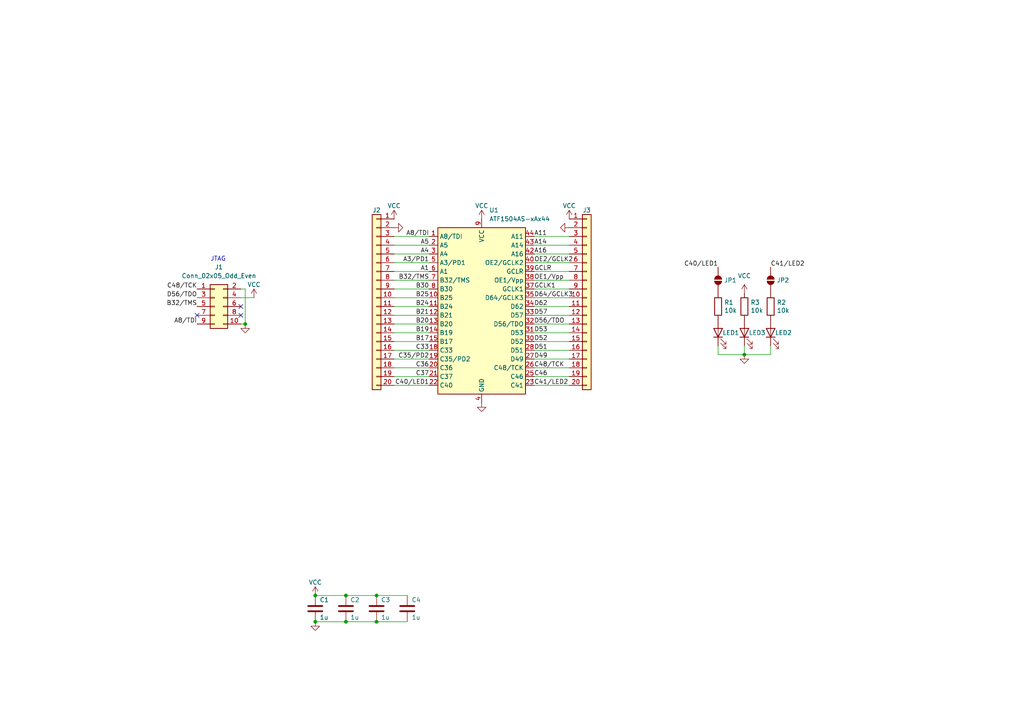
<source format=kicad_sch>
(kicad_sch (version 20231120) (generator "eeschema") (generator_version "8.0")
  (paper "A4")
  (title_block (title "ATF1504AS uDEV") (date "2024-06-01") (rev "001") (company "Brian K. White") (comment 1 "CC-BY-SA") (comment 2 "github.com/bkw777/ATF150x_uDEV"))
  (lib_symbols
    (symbol "000_LOCAL:ATF1504AS-xAx44"
      (property "Reference" "U" (at -12.7 24.13 0))
      (property "Value" "ATF1504AS-xAx44" (at 1.524 24.892 0))
      (symbol "ATF1504AS-xAx44_0_1"
        (rectangle (start -12.7 22.86) (end 12.7 -25.4) (stroke (width 0.254)) (fill (type background)))
      )
      (symbol "ATF1504AS-xAx44_1_1"
        (pin bidirectional line (at -15.24 20.32 0) (length 2.54) (name "A8/TDI") (number "1"))
        (pin bidirectional line (at -15.24 2.54 0) (length 2.54) (name "B25") (number "10"))
        (pin bidirectional line (at -15.24 0 0) (length 2.54) (name "B24") (number "11"))
        (pin bidirectional line (at -15.24 -2.54 0) (length 2.54) (name "B21") (number "12"))
        (pin bidirectional line (at -15.24 -5.08 0) (length 2.54) (name "B20") (number "13"))
        (pin bidirectional line (at -15.24 -7.62 0) (length 2.54) (name "B19") (number "14"))
        (pin bidirectional line (at -15.24 -10.16 0) (length 2.54) (name "B17") (number "15"))
        (pin passive line (at 0 -27.94 90) (length 2.54) hide (name "GND") (number "16"))
        (pin passive line (at 0 25.4 270) (length 2.54) hide (name "VCC") (number "17"))
        (pin bidirectional line (at -15.24 -12.7 0) (length 2.54) (name "C33") (number "18"))
        (pin bidirectional line (at -15.24 -15.24 0) (length 2.54) (name "C35/PD2") (number "19"))
        (pin bidirectional line (at -15.24 17.78 0) (length 2.54) (name "A5") (number "2"))
        (pin bidirectional line (at -15.24 -17.78 0) (length 2.54) (name "C36") (number "20"))
        (pin bidirectional line (at -15.24 -20.32 0) (length 2.54) (name "C37") (number "21"))
        (pin bidirectional line (at -15.24 -22.86 0) (length 2.54) (name "C40") (number "22"))
        (pin bidirectional line (at 15.24 -22.86 180) (length 2.54) (name "C41") (number "23"))
        (pin passive line (at 0 -27.94 90) (length 2.54) hide (name "GND") (number "24"))
        (pin bidirectional line (at 15.24 -20.32 180) (length 2.54) (name "C46") (number "25"))
        (pin bidirectional line (at 15.24 -17.78 180) (length 2.54) (name "C48/TCK") (number "26"))
        (pin bidirectional line (at 15.24 -15.24 180) (length 2.54) (name "D49") (number "27"))
        (pin bidirectional line (at 15.24 -12.7 180) (length 2.54) (name "D51") (number "28"))
        (pin passive line (at 0 25.4 270) (length 2.54) hide (name "VCC") (number "29"))
        (pin bidirectional line (at -15.24 15.24 0) (length 2.54) (name "A4") (number "3"))
        (pin bidirectional line (at 15.24 -10.16 180) (length 2.54) (name "D52") (number "30"))
        (pin bidirectional line (at 15.24 -7.62 180) (length 2.54) (name "D53") (number "31"))
        (pin bidirectional line (at 15.24 -5.08 180) (length 2.54) (name "D56/TDO") (number "32"))
        (pin bidirectional line (at 15.24 -2.54 180) (length 2.54) (name "D57") (number "33"))
        (pin bidirectional line (at 15.24 0 180) (length 2.54) (name "D62") (number "34"))
        (pin bidirectional line (at 15.24 2.54 180) (length 2.54) (name "D64/GCLK3") (number "35"))
        (pin passive line (at 0 -27.94 90) (length 2.54) hide (name "GND") (number "36"))
        (pin input line (at 15.24 5.08 180) (length 2.54) (name "GCLK1") (number "37"))
        (pin input line (at 15.24 7.62 180) (length 2.54) (name "OE1/Vpp") (number "38"))
        (pin input line (at 15.24 10.16 180) (length 2.54) (name "GCLR") (number "39"))
        (pin power_in line (at 0 -27.94 90) (length 2.54) (name "GND") (number "4"))
        (pin input line (at 15.24 12.7 180) (length 2.54) (name "OE2/GCLK2") (number "40"))
        (pin passive line (at 0 25.4 270) (length 2.54) hide (name "VCC") (number "41"))
        (pin bidirectional line (at 15.24 15.24 180) (length 2.54) (name "A16") (number "42"))
        (pin bidirectional line (at 15.24 17.78 180) (length 2.54) (name "A14") (number "43"))
        (pin bidirectional line (at 15.24 20.32 180) (length 2.54) (name "A11") (number "44"))
        (pin bidirectional line (at -15.24 12.7 0) (length 2.54) (name "A3/PD1") (number "5"))
        (pin bidirectional line (at -15.24 10.16 0) (length 2.54) (name "A1") (number "6"))
        (pin bidirectional line (at -15.24 7.62 0) (length 2.54) (name "B32/TMS") (number "7"))
        (pin bidirectional line (at -15.24 5.08 0) (length 2.54) (name "B30") (number "8"))
        (pin power_in line (at 0 25.4 270) (length 2.54) (name "VCC") (number "9"))
      )
    )
    (symbol "000_LOCAL:Conn_02x05_Odd_Even" (pin_names (offset 1.016) hide)
      (property "Reference" "J" (at 1.27 7.62 0))
      (property "Value" "Conn_02x05_Odd_Even" (at 1.27 -7.62 0))
      (symbol "Conn_02x05_Odd_Even_1_1"
        (rectangle (start -1.27 -4.953) (end 0 -5.207) (stroke (width 0.1524)))
        (rectangle (start -1.27 -2.413) (end 0 -2.667) (stroke (width 0.1524)))
        (rectangle (start -1.27 0.127) (end 0 -0.127) (stroke (width 0.1524)))
        (rectangle (start -1.27 2.667) (end 0 2.413) (stroke (width 0.1524)))
        (rectangle (start -1.27 5.207) (end 0 4.953) (stroke (width 0.1524)))
        (rectangle (start -1.27 6.35) (end 3.81 -6.35) (stroke (width 0.254)) (fill (type background)))
        (rectangle (start 3.81 -4.953) (end 2.54 -5.207) (stroke (width 0.1524)))
        (rectangle (start 3.81 -2.413) (end 2.54 -2.667) (stroke (width 0.1524)))
        (rectangle (start 3.81 0.127) (end 2.54 -0.127) (stroke (width 0.1524)))
        (rectangle (start 3.81 2.667) (end 2.54 2.413) (stroke (width 0.1524)))
        (rectangle (start 3.81 5.207) (end 2.54 4.953) (stroke (width 0.1524)))
        (pin passive line (at -5.08 5.08 0) (length 3.81) (name "Pin_1") (number "1"))
        (pin passive line (at 7.62 -5.08 180) (length 3.81) (name "Pin_10") (number "10"))
        (pin passive line (at 7.62 5.08 180) (length 3.81) (name "Pin_2") (number "2"))
        (pin passive line (at -5.08 2.54 0) (length 3.81) (name "Pin_3") (number "3"))
        (pin passive line (at 7.62 2.54 180) (length 3.81) (name "Pin_4") (number "4"))
        (pin passive line (at -5.08 0 0) (length 3.81) (name "Pin_5") (number "5"))
        (pin passive line (at 7.62 0 180) (length 3.81) (name "Pin_6") (number "6"))
        (pin passive line (at -5.08 -2.54 0) (length 3.81) (name "Pin_7") (number "7"))
        (pin passive line (at 7.62 -2.54 180) (length 3.81) (name "Pin_8") (number "8"))
        (pin passive line (at -5.08 -5.08 0) (length 3.81) (name "Pin_9") (number "9"))
      )
    )
    (symbol "Connector_Generic:Conn_01x20" (pin_names (offset 1.016) hide)
      (property "Reference" "J" (at 0 25.4 0))
      (property "Value" "Conn_01x20" (at 0 -27.94 0))
      (symbol "Conn_01x20_1_1"
        (rectangle (start -1.27 -25.273) (end 0 -25.527) (stroke (width 0.1524)))
        (rectangle (start -1.27 -22.733) (end 0 -22.987) (stroke (width 0.1524)))
        (rectangle (start -1.27 -20.193) (end 0 -20.447) (stroke (width 0.1524)))
        (rectangle (start -1.27 -17.653) (end 0 -17.907) (stroke (width 0.1524)))
        (rectangle (start -1.27 -15.113) (end 0 -15.367) (stroke (width 0.1524)))
        (rectangle (start -1.27 -12.573) (end 0 -12.827) (stroke (width 0.1524)))
        (rectangle (start -1.27 -10.033) (end 0 -10.287) (stroke (width 0.1524)))
        (rectangle (start -1.27 -7.493) (end 0 -7.747) (stroke (width 0.1524)))
        (rectangle (start -1.27 -4.953) (end 0 -5.207) (stroke (width 0.1524)))
        (rectangle (start -1.27 -2.413) (end 0 -2.667) (stroke (width 0.1524)))
        (rectangle (start -1.27 0.127) (end 0 -0.127) (stroke (width 0.1524)))
        (rectangle (start -1.27 2.667) (end 0 2.413) (stroke (width 0.1524)))
        (rectangle (start -1.27 5.207) (end 0 4.953) (stroke (width 0.1524)))
        (rectangle (start -1.27 7.747) (end 0 7.493) (stroke (width 0.1524)))
        (rectangle (start -1.27 10.287) (end 0 10.033) (stroke (width 0.1524)))
        (rectangle (start -1.27 12.827) (end 0 12.573) (stroke (width 0.1524)))
        (rectangle (start -1.27 15.367) (end 0 15.113) (stroke (width 0.1524)))
        (rectangle (start -1.27 17.907) (end 0 17.653) (stroke (width 0.1524)))
        (rectangle (start -1.27 20.447) (end 0 20.193) (stroke (width 0.1524)))
        (rectangle (start -1.27 22.987) (end 0 22.733) (stroke (width 0.1524)))
        (rectangle (start -1.27 24.13) (end 1.27 -26.67) (stroke (width 0.254)) (fill (type background)))
        (pin passive line (at -5.08 22.86 0) (length 3.81) (name "Pin_1") (number "1"))
        (pin passive line (at -5.08 0 0) (length 3.81) (name "Pin_10") (number "10"))
        (pin passive line (at -5.08 -2.54 0) (length 3.81) (name "Pin_11") (number "11"))
        (pin passive line (at -5.08 -5.08 0) (length 3.81) (name "Pin_12") (number "12"))
        (pin passive line (at -5.08 -7.62 0) (length 3.81) (name "Pin_13") (number "13"))
        (pin passive line (at -5.08 -10.16 0) (length 3.81) (name "Pin_14") (number "14"))
        (pin passive line (at -5.08 -12.7 0) (length 3.81) (name "Pin_15") (number "15"))
        (pin passive line (at -5.08 -15.24 0) (length 3.81) (name "Pin_16") (number "16"))
        (pin passive line (at -5.08 -17.78 0) (length 3.81) (name "Pin_17") (number "17"))
        (pin passive line (at -5.08 -20.32 0) (length 3.81) (name "Pin_18") (number "18"))
        (pin passive line (at -5.08 -22.86 0) (length 3.81) (name "Pin_19") (number "19"))
        (pin passive line (at -5.08 20.32 0) (length 3.81) (name "Pin_2") (number "2"))
        (pin passive line (at -5.08 -25.4 0) (length 3.81) (name "Pin_20") (number "20"))
        (pin passive line (at -5.08 17.78 0) (length 3.81) (name "Pin_3") (number "3"))
        (pin passive line (at -5.08 15.24 0) (length 3.81) (name "Pin_4") (number "4"))
        (pin passive line (at -5.08 12.7 0) (length 3.81) (name "Pin_5") (number "5"))
        (pin passive line (at -5.08 10.16 0) (length 3.81) (name "Pin_6") (number "6"))
        (pin passive line (at -5.08 7.62 0) (length 3.81) (name "Pin_7") (number "7"))
        (pin passive line (at -5.08 5.08 0) (length 3.81) (name "Pin_8") (number "8"))
        (pin passive line (at -5.08 2.54 0) (length 3.81) (name "Pin_9") (number "9"))
      )
    )
    (symbol "Device:C" (pin_numbers hide) (pin_names (offset 0.254))
      (property "Reference" "C" (at 0.635 2.54 0))
      (property "Value" "C" (at 0.635 -2.54 0))
      (symbol "C_0_1"
        (polyline (pts (xy -2.032 -0.762) (xy 2.032 -0.762)) (stroke (width 0.508)))
        (polyline (pts (xy -2.032 0.762) (xy 2.032 0.762)) (stroke (width 0.508)))
      )
      (symbol "C_1_1"
        (pin passive line (at 0 3.81 270) (length 2.794) (name "~") (number "1"))
        (pin passive line (at 0 -3.81 90) (length 2.794) (name "~") (number "2"))
      )
    )
    (symbol "Device:LED" (pin_numbers hide) (pin_names (offset 1.016) hide)
      (property "Reference" "D" (at 0 2.54 0))
      (property "Value" "LED" (at 0 -2.54 0))
      (symbol "LED_0_1"
        (polyline (pts (xy -1.27 -1.27) (xy -1.27 1.27)) (stroke (width 0.254)))
        (polyline (pts (xy -1.27 0) (xy 1.27 0)))
        (polyline (pts (xy 1.27 -1.27) (xy 1.27 1.27) (xy -1.27 0) (xy 1.27 -1.27)) (stroke (width 0.254)))
        (polyline (pts (xy -3.048 -0.762) (xy -4.572 -2.286) (xy -3.81 -2.286) (xy -4.572 -2.286) (xy -4.572 -1.524)))
        (polyline (pts (xy -1.778 -0.762) (xy -3.302 -2.286) (xy -2.54 -2.286) (xy -3.302 -2.286) (xy -3.302 -1.524)))
      )
      (symbol "LED_1_1"
        (pin passive line (at -3.81 0 0) (length 2.54) (name "K") (number "1"))
        (pin passive line (at 3.81 0 180) (length 2.54) (name "A") (number "2"))
      )
    )
    (symbol "Device:R" (pin_numbers hide) (pin_names (offset 0))
      (property "Reference" "R" (at 2.032 0 90))
      (property "Value" "R" (at 0 0 90))
      (symbol "R_0_1"
        (rectangle (start -1.016 -2.54) (end 1.016 2.54) (stroke (width 0.254)))
      )
      (symbol "R_1_1"
        (pin passive line (at 0 3.81 270) (length 1.27) (name "~") (number "1"))
        (pin passive line (at 0 -3.81 90) (length 1.27) (name "~") (number "2"))
      )
    )
    (symbol "Jumper:SolderJumper_2_Open" (pin_numbers hide) (pin_names (offset 0) hide) (exclude_from_sim yes) (in_bom no)
      (property "Reference" "JP" (at 0 2.032 0))
      (property "Value" "SolderJumper_2_Open" (at 0 -2.54 0))
      (symbol "SolderJumper_2_Open_0_1"
        (arc (start -0.254 1.016) (mid -1.2656 0) (end -0.254 -1.016))
        (arc (start -0.254 1.016) (mid -1.2656 0) (end -0.254 -1.016) (fill (type outline)))
        (polyline (pts (xy -0.254 1.016) (xy -0.254 -1.016)))
        (polyline (pts (xy 0.254 1.016) (xy 0.254 -1.016)))
        (arc (start 0.254 -1.016) (mid 1.2656 0) (end 0.254 1.016))
        (arc (start 0.254 -1.016) (mid 1.2656 0) (end 0.254 1.016) (fill (type outline)))
      )
      (symbol "SolderJumper_2_Open_1_1"
        (pin passive line (at -3.81 0 0) (length 2.54) (name "A") (number "1"))
        (pin passive line (at 3.81 0 180) (length 2.54) (name "B") (number "2"))
      )
    )
    (symbol "power:GND" (power) (pin_numbers hide) (pin_names (offset 0) hide)
      (property "Value" "GND" (at 0 -3.81 0))
      (symbol "GND_0_1"
        (polyline (pts (xy 0 0) (xy 0 -1.27) (xy 1.27 -1.27) (xy 0 -2.54) (xy -1.27 -1.27) (xy 0 -1.27)))
      )
      (symbol "GND_1_1"
        (pin power_in line (at 0 0 270) (length 0) (name "~") (number "1"))
      )
    )
    (symbol "power:VCC" (power) (pin_numbers hide) (pin_names (offset 0) hide)
      (property "Value" "VCC" (at 0 3.556 0))
      (symbol "VCC_0_1"
        (polyline (pts (xy -0.762 1.27) (xy 0 2.54)))
        (polyline (pts (xy 0 0) (xy 0 2.54)))
        (polyline (pts (xy 0 2.54) (xy 0.762 1.27)))
      )
      (symbol "VCC_1_1"
        (pin power_in line (at 0 0 90) (length 0) (name "~") (number "1"))
      )
    )
  )
  (junction (at 91.44 180.34))
  (junction (at 109.22 172.72))
  (junction (at 91.44 172.72))
  (junction (at 100.33 180.34))
  (junction (at 100.33 172.72))
  (junction (at 109.22 180.34))
  (junction (at 215.9 102.87))
  (junction (at 71.12 93.98))
  (no_connect (at 69.85 91.44))
  (no_connect (at 57.15 91.44))
  (no_connect (at 69.85 88.9))
  (wire (pts (xy 124.46 88.9) (xy 114.3 88.9)))
  (wire (pts (xy 124.46 83.82) (xy 114.3 83.82)))
  (wire (pts (xy 114.3 68.58) (xy 124.46 68.58)))
  (wire (pts (xy 91.44 172.72) (xy 100.33 172.72)))
  (wire (pts (xy 124.46 104.14) (xy 114.3 104.14)))
  (wire (pts (xy 154.94 78.74) (xy 165.1 78.74)))
  (wire (pts (xy 154.94 106.68) (xy 165.1 106.68)))
  (wire (pts (xy 114.3 93.98) (xy 124.46 93.98)))
  (wire (pts (xy 215.9 100.33) (xy 215.9 102.87)))
  (wire (pts (xy 165.1 81.28) (xy 154.94 81.28)))
  (wire (pts (xy 100.33 180.34) (xy 109.22 180.34)))
  (wire (pts (xy 114.3 96.52) (xy 124.46 96.52)))
  (wire (pts (xy 114.3 91.44) (xy 124.46 91.44)))
  (wire (pts (xy 154.94 111.76) (xy 165.1 111.76)))
  (wire (pts (xy 165.1 86.36) (xy 154.94 86.36)))
  (wire (pts (xy 114.3 76.2) (xy 124.46 76.2)))
  (wire (pts (xy 154.94 68.58) (xy 165.1 68.58)))
  (wire (pts (xy 91.44 180.34) (xy 100.33 180.34)))
  (wire (pts (xy 109.22 180.34) (xy 118.11 180.34)))
  (wire (pts (xy 223.52 100.33) (xy 223.52 102.87)))
  (wire (pts (xy 215.9 102.87) (xy 223.52 102.87)))
  (wire (pts (xy 114.3 106.68) (xy 124.46 106.68)))
  (wire (pts (xy 154.94 91.44) (xy 165.1 91.44)))
  (wire (pts (xy 165.1 109.22) (xy 154.94 109.22)))
  (wire (pts (xy 165.1 99.06) (xy 154.94 99.06)))
  (wire (pts (xy 109.22 172.72) (xy 118.11 172.72)))
  (wire (pts (xy 208.28 102.87) (xy 215.9 102.87)))
  (wire (pts (xy 114.3 81.28) (xy 124.46 81.28)))
  (wire (pts (xy 71.12 83.82) (xy 71.12 93.98)))
  (wire (pts (xy 114.3 101.6) (xy 124.46 101.6)))
  (wire (pts (xy 154.94 88.9) (xy 165.1 88.9)))
  (wire (pts (xy 165.1 76.2) (xy 154.94 76.2)))
  (wire (pts (xy 165.1 104.14) (xy 154.94 104.14)))
  (wire (pts (xy 73.66 86.36) (xy 69.85 86.36)))
  (wire (pts (xy 114.3 111.76) (xy 124.46 111.76)))
  (wire (pts (xy 114.3 71.12) (xy 124.46 71.12)))
  (wire (pts (xy 124.46 78.74) (xy 114.3 78.74)))
  (wire (pts (xy 124.46 99.06) (xy 114.3 99.06)))
  (wire (pts (xy 71.12 93.98) (xy 69.85 93.98)))
  (wire (pts (xy 165.1 93.98) (xy 154.94 93.98)))
  (wire (pts (xy 124.46 109.22) (xy 114.3 109.22)))
  (wire (pts (xy 114.3 86.36) (xy 124.46 86.36)))
  (wire (pts (xy 208.28 100.33) (xy 208.28 102.87)))
  (wire (pts (xy 165.1 71.12) (xy 154.94 71.12)))
  (wire (pts (xy 69.85 83.82) (xy 71.12 83.82)))
  (wire (pts (xy 154.94 73.66) (xy 165.1 73.66)))
  (wire (pts (xy 100.33 172.72) (xy 109.22 172.72)))
  (wire (pts (xy 154.94 101.6) (xy 165.1 101.6)))
  (wire (pts (xy 124.46 73.66) (xy 114.3 73.66)))
  (wire (pts (xy 154.94 96.52) (xy 165.1 96.52)))
  (wire (pts (xy 154.94 83.82) (xy 165.1 83.82)))
  (text "JTAG" (at 65.532 75.946 0) (effects (font (size 1.27 1.27)) (justify right bottom)))
  (label "B20" (at 124.46 93.98 180))
  (label "C48{slash}TCK" (at 154.94 106.68 0))
  (label "B19" (at 124.46 96.52 180))
  (label "A1" (at 124.46 78.74 180))
  (label "B32{slash}TMS" (at 57.15 88.9 180))
  (label "C41{slash}LED2" (at 154.94 111.76 0))
  (label "C48{slash}TCK" (at 57.15 83.82 180))
  (label "D64{slash}GCLK3" (at 154.94 86.36 0))
  (label "D57" (at 154.94 91.44 0))
  (label "A3{slash}PD1" (at 124.46 76.2 180))
  (label "A16" (at 154.94 73.66 0))
  (label "B32{slash}TMS" (at 124.46 81.28 180))
  (label "D51" (at 154.94 101.6 0))
  (label "B25" (at 124.46 86.36 180))
  (label "A8{slash}TDI" (at 57.15 93.98 180))
  (label "OE1{slash}Vpp" (at 154.94 81.28 0))
  (label "A11" (at 154.94 68.58 0))
  (label "OE2{slash}GCLK2" (at 154.94 76.2 0))
  (label "GCLK1" (at 154.94 83.82 0))
  (label "C40{slash}LED1" (at 208.28 77.47 180))
  (label "D52" (at 154.94 99.06 0))
  (label "D62" (at 154.94 88.9 0))
  (label "C36" (at 124.46 106.68 180))
  (label "C40{slash}LED1" (at 124.46 111.76 180))
  (label "D49" (at 154.94 104.14 0))
  (label "B30" (at 124.46 83.82 180))
  (label "C41{slash}LED2" (at 223.52 77.47 0))
  (label "C33" (at 124.46 101.6 180))
  (label "C35{slash}PD2" (at 124.46 104.14 180))
  (label "B24" (at 124.46 88.9 180))
  (label "GCLR" (at 154.94 78.74 0))
  (label "C46" (at 154.94 109.22 0))
  (label "D56{slash}TDO" (at 57.15 86.36 180))
  (label "D53" (at 154.94 96.52 0))
  (label "A4" (at 124.46 73.66 180))
  (label "A14" (at 154.94 71.12 0))
  (label "A8{slash}TDI" (at 124.46 68.58 180))
  (label "B17" (at 124.46 99.06 180))
  (label "B21" (at 124.46 91.44 180))
  (label "D56{slash}TDO" (at 154.94 93.98 0))
  (label "C37" (at 124.46 109.22 180))
  (label "A5" (at 124.46 71.12 180))
  (symbol (lib_id "Connector_Generic:Conn_01x20") (at 109.22 86.36 0) (mirror y) (unit 1)
    (property "Reference" "J2" (at 109.22 60.96 0))
    (property "Value" "VERT" (effects (hide yes)))
    (property "Footprint" "000_LOCAL:PinHeader_1x20_P2.54mm_Vertical" (effects (hide yes)))
  )
  (symbol (lib_id "Connector_Generic:Conn_01x20") (at 170.18 86.36 0) (unit 1)
    (property "Reference" "J3" (at 170.18 60.96 0))
    (property "Value" "VERT" (effects (hide yes)))
    (property "Footprint" "000_LOCAL:PinHeader_1x20_P2.54mm_Vertical" (effects (hide yes)))
  )
  (symbol (lib_id "Device:C") (at 91.44 176.53 0) (unit 1)
    (property "Reference" "C1" (at 92.71 173.99 0) (effects (justify left)))
    (property "Value" "1u" (at 92.71 179.07 0) (effects (justify left)))
    (property "Footprint" "000_LOCAL:C_0805" (effects (hide yes)))
  )
  (symbol (lib_id "Device:R") (at 208.28 88.9 0) (unit 1)
    (property "Reference" "R1" (at 210.058 87.7316 0) (effects (justify left)))
    (property "Value" "10k" (at 210.058 90.043 0) (effects (justify left)))
    (property "Footprint" "000_LOCAL:R_0805" (effects (hide yes)))
  )
  (symbol (lib_id "Device:R") (at 215.9 88.9 0) (unit 1)
    (property "Reference" "R3" (at 217.678 87.7316 0) (effects (justify left)))
    (property "Value" "10k" (at 217.678 90.043 0) (effects (justify left)))
    (property "Footprint" "000_LOCAL:R_0805" (effects (hide yes)))
  )
  (symbol (lib_id "Device:R") (at 223.52 88.9 0) (unit 1)
    (property "Reference" "R2" (at 225.298 87.7316 0) (effects (justify left)))
    (property "Value" "10k" (at 225.298 90.043 0) (effects (justify left)))
    (property "Footprint" "000_LOCAL:R_0805" (effects (hide yes)))
  )
  (symbol (lib_id "Device:LED") (at 208.28 96.52 90) (unit 1)
    (property "Reference" "LED1" (at 209.55 96.52 90) (effects (justify right)))
    (property "Value" "GRN" (effects (hide yes)))
    (property "Footprint" "000_LOCAL:LED_0805" (effects (hide yes)))
    (property "MPN" "150060GS75000" (effects (hide yes)))
    (property "Mfg" "Wurth" (effects (hide yes)))
  )
  (symbol (lib_id "Device:LED") (at 215.9 96.52 90) (unit 1)
    (property "Reference" "LED3" (at 217.17 96.52 90) (effects (justify right)))
    (property "Value" "POWER" (effects (hide yes)))
    (property "Footprint" "000_LOCAL:LED_0805" (effects (hide yes)))
    (property "MPN" "150060GS75000" (effects (hide yes)))
    (property "Mfg" "Wurth" (effects (hide yes)))
  )
  (symbol (lib_id "Device:LED") (at 223.52 96.52 90) (unit 1)
    (property "Reference" "LED2" (at 224.79 96.52 90) (effects (justify right)))
    (property "Value" "GRN" (effects (hide yes)))
    (property "Footprint" "000_LOCAL:LED_0805" (effects (hide yes)))
    (property "MPN" "150060GS75000" (effects (hide yes)))
    (property "Mfg" "Wurth" (effects (hide yes)))
  )
  (symbol (lib_id "Jumper:SolderJumper_2_Open") (at 208.28 81.28 270) (unit 1)
    (property "Reference" "JP1" (at 210.0072 81.28 90) (effects (justify left)))
    (property "Value" "DNP" (effects (hide yes)))
    (property "Footprint" "000_LOCAL:SolderJumper_1mm_2p_open" (effects (hide yes)))
  )
  (symbol (lib_id "Jumper:SolderJumper_2_Open") (at 223.52 81.28 270) (unit 1)
    (property "Reference" "JP2" (at 225.2472 81.28 90) (effects (justify left)))
    (property "Value" "DNP" (effects (hide yes)))
    (property "Footprint" "000_LOCAL:SolderJumper_1mm_2p_open" (effects (hide yes)))
  )
  (symbol (lib_id "Device:C") (at 100.33 176.53 0) (unit 1)
    (property "Reference" "C2" (at 101.6 173.99 0) (effects (justify left)))
    (property "Value" "1u" (at 101.6 179.07 0) (effects (justify left)))
    (property "Footprint" "000_LOCAL:C_0805" (effects (hide yes)))
  )
  (symbol (lib_id "power:GND") (at 114.3 66.04 90) (unit 1)
    (property "Reference" "#PWR011" (effects (hide yes)))
    (property "Value" "GND" (effects (hide yes)))
    (property "Description" "Power symbol creates a global label with name \"GND\" , ground" (effects (hide yes)))
  )
  (symbol (lib_id "power:GND") (at 139.7 116.84 0) (unit 1)
    (property "Reference" "#PWR08" (effects (hide yes)))
    (property "Value" "GND" (effects (hide yes)))
    (property "Description" "Power symbol creates a global label with name \"GND\" , ground" (effects (hide yes)))
  )
  (symbol (lib_id "power:VCC") (at 73.66 86.36 0) (unit 1)
    (property "Reference" "#PWR010" (effects (hide yes)))
    (property "Value" "VCC" (at 73.66 82.55 0))
    (property "Description" "Power symbol creates a global label with name \"VCC\"" (effects (hide yes)))
  )
  (symbol (lib_id "000_LOCAL:Conn_02x05_Odd_Even") (at 62.23 88.9 0) (unit 1)
    (property "Reference" "J1" (at 63.5 77.47 0))
    (property "Value" "Conn_02x05_Odd_Even" (at 63.5 80.01 0))
    (property "Footprint" "000_LOCAL:IDC-Header_2x05_P2.54mm_Vertical" (effects (hide yes)))
    (property "Description" "Generic connector, double row, 02x05, odd/even pin numbering scheme (row 1 odd numbers, row 2 even numbers), script generated (kicad-library-utils/schlib/autogen/connector/)" (effects (hide yes)))
  )
  (symbol (lib_id "power:VCC") (at 165.1 63.5 0) (unit 1)
    (property "Reference" "#PWR06" (effects (hide yes)))
    (property "Value" "VCC" (at 165.1 59.69 0))
    (property "Description" "Power symbol creates a global label with name \"VCC\"" (effects (hide yes)))
  )
  (symbol (lib_id "Device:C") (at 109.22 176.53 0) (unit 1)
    (property "Reference" "C3" (at 110.49 173.99 0) (effects (justify left)))
    (property "Value" "1u" (at 110.49 179.07 0) (effects (justify left)))
    (property "Footprint" "000_LOCAL:C_0805" (effects (hide yes)))
  )
  (symbol (lib_id "power:GND") (at 71.12 93.98 0) (unit 1)
    (property "Reference" "#PWR01" (effects (hide yes)))
    (property "Value" "GND" (effects (hide yes)))
    (property "Description" "Power symbol creates a global label with name \"GND\" , ground" (effects (hide yes)))
  )
  (symbol (lib_id "power:VCC") (at 114.3 63.5 0) (unit 1)
    (property "Reference" "#PWR07" (effects (hide yes)))
    (property "Value" "VCC" (at 114.3 59.69 0))
    (property "Description" "Power symbol creates a global label with name \"VCC\"" (effects (hide yes)))
  )
  (symbol (lib_id "power:VCC") (at 215.9 85.09 0) (unit 1)
    (property "Reference" "#PWR05" (effects (hide yes)))
    (property "Value" "VCC" (at 215.9 80.01 0))
    (property "Description" "Power symbol creates a global label with name \"VCC\"" (effects (hide yes)))
  )
  (symbol (lib_id "power:GND") (at 215.9 102.87 0) (unit 1)
    (property "Reference" "#PWR09" (effects (hide yes)))
    (property "Value" "GND" (effects (hide yes)))
    (property "Description" "Power symbol creates a global label with name \"GND\" , ground" (effects (hide yes)))
  )
  (symbol (lib_id "power:VCC") (at 91.44 172.72 0) (unit 1)
    (property "Reference" "#PWR02" (effects (hide yes)))
    (property "Value" "VCC" (at 91.44 168.91 0))
    (property "Description" "Power symbol creates a global label with name \"VCC\"" (effects (hide yes)))
  )
  (symbol (lib_id "power:VCC") (at 139.7 63.5 0) (unit 1)
    (property "Reference" "#PWR04" (effects (hide yes)))
    (property "Value" "VCC" (at 139.7 59.69 0))
    (property "Description" "Power symbol creates a global label with name \"VCC\"" (effects (hide yes)))
  )
  (symbol (lib_id "000_LOCAL:ATF1504AS-xAx44") (at 139.7 88.9 0) (unit 1)
    (property "Reference" "U1" (at 141.8941 60.96 0) (effects (justify left)))
    (property "Value" "ATF1504AS-xAx44" (at 141.8941 63.5 0) (effects (justify left)))
    (property "Footprint" "000_LOCAL:VQFP44" (effects (hide yes)))
    (property "Datasheet" "datasheets/ATF1504AS.pdf" (effects (hide yes)))
    (property "Description" "Microchip CPLD, 64 Macrocell, 5 V, TQFP-44" (effects (hide yes)))
  )
  (symbol (lib_id "power:GND") (at 91.44 180.34 0) (unit 1)
    (property "Reference" "#PWR03" (effects (hide yes)))
    (property "Value" "GND" (effects (hide yes)))
    (property "Description" "Power symbol creates a global label with name \"GND\" , ground" (effects (hide yes)))
  )
  (symbol (lib_id "power:GND") (at 165.1 66.04 270) (unit 1)
    (property "Reference" "#PWR012" (effects (hide yes)))
    (property "Value" "GND" (effects (hide yes)))
    (property "Description" "Power symbol creates a global label with name \"GND\" , ground" (effects (hide yes)))
  )
  (symbol (lib_id "Device:C") (at 118.11 176.53 0) (unit 1)
    (property "Reference" "C4" (at 119.38 173.99 0) (effects (justify left)))
    (property "Value" "1u" (at 119.38 179.07 0) (effects (justify left)))
    (property "Footprint" "000_LOCAL:C_0805" (effects (hide yes)))
  )
)
</source>
